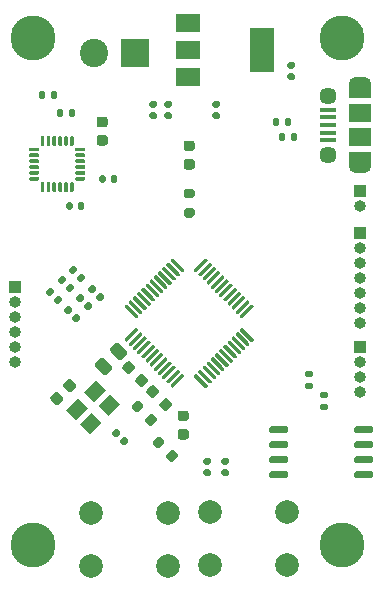
<source format=gbr>
%TF.GenerationSoftware,KiCad,Pcbnew,(5.1.8)-1*%
%TF.CreationDate,2021-05-13T19:04:10-07:00*%
%TF.ProjectId,Astromech3.0,41737472-6f6d-4656-9368-332e302e6b69,rev?*%
%TF.SameCoordinates,Original*%
%TF.FileFunction,Soldermask,Top*%
%TF.FilePolarity,Negative*%
%FSLAX46Y46*%
G04 Gerber Fmt 4.6, Leading zero omitted, Abs format (unit mm)*
G04 Created by KiCad (PCBNEW (5.1.8)-1) date 2021-05-13 19:04:10*
%MOMM*%
%LPD*%
G01*
G04 APERTURE LIST*
%ADD10R,1.900000X1.500000*%
%ADD11C,1.450000*%
%ADD12R,1.350000X0.400000*%
%ADD13O,1.900000X1.200000*%
%ADD14R,1.900000X1.200000*%
%ADD15C,3.800000*%
%ADD16O,1.000000X1.000000*%
%ADD17R,1.000000X1.000000*%
%ADD18C,2.000000*%
%ADD19R,2.400000X2.400000*%
%ADD20C,2.400000*%
%ADD21R,2.000000X3.800000*%
%ADD22R,2.000000X1.500000*%
%ADD23C,0.100000*%
G04 APERTURE END LIST*
%TO.C,R4*%
G36*
G01*
X155180000Y-62161000D02*
X155180000Y-61791000D01*
G75*
G02*
X155315000Y-61656000I135000J0D01*
G01*
X155585000Y-61656000D01*
G75*
G02*
X155720000Y-61791000I0J-135000D01*
G01*
X155720000Y-62161000D01*
G75*
G02*
X155585000Y-62296000I-135000J0D01*
G01*
X155315000Y-62296000D01*
G75*
G02*
X155180000Y-62161000I0J135000D01*
G01*
G37*
G36*
G01*
X154160000Y-62161000D02*
X154160000Y-61791000D01*
G75*
G02*
X154295000Y-61656000I135000J0D01*
G01*
X154565000Y-61656000D01*
G75*
G02*
X154700000Y-61791000I0J-135000D01*
G01*
X154700000Y-62161000D01*
G75*
G02*
X154565000Y-62296000I-135000J0D01*
G01*
X154295000Y-62296000D01*
G75*
G02*
X154160000Y-62161000I0J135000D01*
G01*
G37*
%TD*%
%TO.C,C15*%
G36*
G01*
X157026000Y-71204000D02*
X157026000Y-71544000D01*
G75*
G02*
X156886000Y-71684000I-140000J0D01*
G01*
X156606000Y-71684000D01*
G75*
G02*
X156466000Y-71544000I0J140000D01*
G01*
X156466000Y-71204000D01*
G75*
G02*
X156606000Y-71064000I140000J0D01*
G01*
X156886000Y-71064000D01*
G75*
G02*
X157026000Y-71204000I0J-140000D01*
G01*
G37*
G36*
G01*
X157986000Y-71204000D02*
X157986000Y-71544000D01*
G75*
G02*
X157846000Y-71684000I-140000J0D01*
G01*
X157566000Y-71684000D01*
G75*
G02*
X157426000Y-71544000I0J140000D01*
G01*
X157426000Y-71204000D01*
G75*
G02*
X157566000Y-71064000I140000J0D01*
G01*
X157846000Y-71064000D01*
G75*
G02*
X157986000Y-71204000I0J-140000D01*
G01*
G37*
%TD*%
%TO.C,R6*%
G36*
G01*
X167153000Y-72345000D02*
X166603000Y-72345000D01*
G75*
G02*
X166403000Y-72145000I0J200000D01*
G01*
X166403000Y-71745000D01*
G75*
G02*
X166603000Y-71545000I200000J0D01*
G01*
X167153000Y-71545000D01*
G75*
G02*
X167353000Y-71745000I0J-200000D01*
G01*
X167353000Y-72145000D01*
G75*
G02*
X167153000Y-72345000I-200000J0D01*
G01*
G37*
G36*
G01*
X167153000Y-70695000D02*
X166603000Y-70695000D01*
G75*
G02*
X166403000Y-70495000I0J200000D01*
G01*
X166403000Y-70095000D01*
G75*
G02*
X166603000Y-69895000I200000J0D01*
G01*
X167153000Y-69895000D01*
G75*
G02*
X167353000Y-70095000I0J-200000D01*
G01*
X167353000Y-70495000D01*
G75*
G02*
X167153000Y-70695000I-200000J0D01*
G01*
G37*
%TD*%
%TO.C,C13*%
G36*
G01*
X159820000Y-68918000D02*
X159820000Y-69258000D01*
G75*
G02*
X159680000Y-69398000I-140000J0D01*
G01*
X159400000Y-69398000D01*
G75*
G02*
X159260000Y-69258000I0J140000D01*
G01*
X159260000Y-68918000D01*
G75*
G02*
X159400000Y-68778000I140000J0D01*
G01*
X159680000Y-68778000D01*
G75*
G02*
X159820000Y-68918000I0J-140000D01*
G01*
G37*
G36*
G01*
X160780000Y-68918000D02*
X160780000Y-69258000D01*
G75*
G02*
X160640000Y-69398000I-140000J0D01*
G01*
X160360000Y-69398000D01*
G75*
G02*
X160220000Y-69258000I0J140000D01*
G01*
X160220000Y-68918000D01*
G75*
G02*
X160360000Y-68778000I140000J0D01*
G01*
X160640000Y-68778000D01*
G75*
G02*
X160780000Y-68918000I0J-140000D01*
G01*
G37*
%TD*%
%TO.C,C19*%
G36*
G01*
X170096000Y-93272000D02*
X169756000Y-93272000D01*
G75*
G02*
X169616000Y-93132000I0J140000D01*
G01*
X169616000Y-92852000D01*
G75*
G02*
X169756000Y-92712000I140000J0D01*
G01*
X170096000Y-92712000D01*
G75*
G02*
X170236000Y-92852000I0J-140000D01*
G01*
X170236000Y-93132000D01*
G75*
G02*
X170096000Y-93272000I-140000J0D01*
G01*
G37*
G36*
G01*
X170096000Y-94232000D02*
X169756000Y-94232000D01*
G75*
G02*
X169616000Y-94092000I0J140000D01*
G01*
X169616000Y-93812000D01*
G75*
G02*
X169756000Y-93672000I140000J0D01*
G01*
X170096000Y-93672000D01*
G75*
G02*
X170236000Y-93812000I0J-140000D01*
G01*
X170236000Y-94092000D01*
G75*
G02*
X170096000Y-94232000I-140000J0D01*
G01*
G37*
%TD*%
%TO.C,C18*%
G36*
G01*
X168572000Y-93272000D02*
X168232000Y-93272000D01*
G75*
G02*
X168092000Y-93132000I0J140000D01*
G01*
X168092000Y-92852000D01*
G75*
G02*
X168232000Y-92712000I140000J0D01*
G01*
X168572000Y-92712000D01*
G75*
G02*
X168712000Y-92852000I0J-140000D01*
G01*
X168712000Y-93132000D01*
G75*
G02*
X168572000Y-93272000I-140000J0D01*
G01*
G37*
G36*
G01*
X168572000Y-94232000D02*
X168232000Y-94232000D01*
G75*
G02*
X168092000Y-94092000I0J140000D01*
G01*
X168092000Y-93812000D01*
G75*
G02*
X168232000Y-93672000I140000J0D01*
G01*
X168572000Y-93672000D01*
G75*
G02*
X168712000Y-93812000I0J-140000D01*
G01*
X168712000Y-94092000D01*
G75*
G02*
X168572000Y-94232000I-140000J0D01*
G01*
G37*
%TD*%
%TO.C,C12*%
G36*
G01*
X175684000Y-59744000D02*
X175344000Y-59744000D01*
G75*
G02*
X175204000Y-59604000I0J140000D01*
G01*
X175204000Y-59324000D01*
G75*
G02*
X175344000Y-59184000I140000J0D01*
G01*
X175684000Y-59184000D01*
G75*
G02*
X175824000Y-59324000I0J-140000D01*
G01*
X175824000Y-59604000D01*
G75*
G02*
X175684000Y-59744000I-140000J0D01*
G01*
G37*
G36*
G01*
X175684000Y-60704000D02*
X175344000Y-60704000D01*
G75*
G02*
X175204000Y-60564000I0J140000D01*
G01*
X175204000Y-60284000D01*
G75*
G02*
X175344000Y-60144000I140000J0D01*
G01*
X175684000Y-60144000D01*
G75*
G02*
X175824000Y-60284000I0J-140000D01*
G01*
X175824000Y-60564000D01*
G75*
G02*
X175684000Y-60704000I-140000J0D01*
G01*
G37*
%TD*%
%TO.C,C11*%
G36*
G01*
X163660000Y-63446000D02*
X164000000Y-63446000D01*
G75*
G02*
X164140000Y-63586000I0J-140000D01*
G01*
X164140000Y-63866000D01*
G75*
G02*
X164000000Y-64006000I-140000J0D01*
G01*
X163660000Y-64006000D01*
G75*
G02*
X163520000Y-63866000I0J140000D01*
G01*
X163520000Y-63586000D01*
G75*
G02*
X163660000Y-63446000I140000J0D01*
G01*
G37*
G36*
G01*
X163660000Y-62486000D02*
X164000000Y-62486000D01*
G75*
G02*
X164140000Y-62626000I0J-140000D01*
G01*
X164140000Y-62906000D01*
G75*
G02*
X164000000Y-63046000I-140000J0D01*
G01*
X163660000Y-63046000D01*
G75*
G02*
X163520000Y-62906000I0J140000D01*
G01*
X163520000Y-62626000D01*
G75*
G02*
X163660000Y-62486000I140000J0D01*
G01*
G37*
%TD*%
%TO.C,C8*%
G36*
G01*
X168994000Y-63446000D02*
X169334000Y-63446000D01*
G75*
G02*
X169474000Y-63586000I0J-140000D01*
G01*
X169474000Y-63866000D01*
G75*
G02*
X169334000Y-64006000I-140000J0D01*
G01*
X168994000Y-64006000D01*
G75*
G02*
X168854000Y-63866000I0J140000D01*
G01*
X168854000Y-63586000D01*
G75*
G02*
X168994000Y-63446000I140000J0D01*
G01*
G37*
G36*
G01*
X168994000Y-62486000D02*
X169334000Y-62486000D01*
G75*
G02*
X169474000Y-62626000I0J-140000D01*
G01*
X169474000Y-62906000D01*
G75*
G02*
X169334000Y-63046000I-140000J0D01*
G01*
X168994000Y-63046000D01*
G75*
G02*
X168854000Y-62906000I0J140000D01*
G01*
X168854000Y-62626000D01*
G75*
G02*
X168994000Y-62486000I140000J0D01*
G01*
G37*
%TD*%
%TO.C,C17*%
G36*
G01*
X164930000Y-63446000D02*
X165270000Y-63446000D01*
G75*
G02*
X165410000Y-63586000I0J-140000D01*
G01*
X165410000Y-63866000D01*
G75*
G02*
X165270000Y-64006000I-140000J0D01*
G01*
X164930000Y-64006000D01*
G75*
G02*
X164790000Y-63866000I0J140000D01*
G01*
X164790000Y-63586000D01*
G75*
G02*
X164930000Y-63446000I140000J0D01*
G01*
G37*
G36*
G01*
X164930000Y-62486000D02*
X165270000Y-62486000D01*
G75*
G02*
X165410000Y-62626000I0J-140000D01*
G01*
X165410000Y-62906000D01*
G75*
G02*
X165270000Y-63046000I-140000J0D01*
G01*
X164930000Y-63046000D01*
G75*
G02*
X164790000Y-62906000I0J140000D01*
G01*
X164790000Y-62626000D01*
G75*
G02*
X164930000Y-62486000I140000J0D01*
G01*
G37*
%TD*%
%TO.C,U1*%
G36*
G01*
X161521666Y-82853312D02*
X161415600Y-82747246D01*
G75*
G02*
X161415600Y-82641180I53033J53033D01*
G01*
X162352516Y-81704264D01*
G75*
G02*
X162458582Y-81704264I53033J-53033D01*
G01*
X162564648Y-81810330D01*
G75*
G02*
X162564648Y-81916396I-53033J-53033D01*
G01*
X161627732Y-82853312D01*
G75*
G02*
X161521666Y-82853312I-53033J53033D01*
G01*
G37*
G36*
G01*
X161875220Y-83206866D02*
X161769154Y-83100800D01*
G75*
G02*
X161769154Y-82994734I53033J53033D01*
G01*
X162706070Y-82057818D01*
G75*
G02*
X162812136Y-82057818I53033J-53033D01*
G01*
X162918202Y-82163884D01*
G75*
G02*
X162918202Y-82269950I-53033J-53033D01*
G01*
X161981286Y-83206866D01*
G75*
G02*
X161875220Y-83206866I-53033J53033D01*
G01*
G37*
G36*
G01*
X162228773Y-83560419D02*
X162122707Y-83454353D01*
G75*
G02*
X162122707Y-83348287I53033J53033D01*
G01*
X163059623Y-82411371D01*
G75*
G02*
X163165689Y-82411371I53033J-53033D01*
G01*
X163271755Y-82517437D01*
G75*
G02*
X163271755Y-82623503I-53033J-53033D01*
G01*
X162334839Y-83560419D01*
G75*
G02*
X162228773Y-83560419I-53033J53033D01*
G01*
G37*
G36*
G01*
X162582327Y-83913973D02*
X162476261Y-83807907D01*
G75*
G02*
X162476261Y-83701841I53033J53033D01*
G01*
X163413177Y-82764925D01*
G75*
G02*
X163519243Y-82764925I53033J-53033D01*
G01*
X163625309Y-82870991D01*
G75*
G02*
X163625309Y-82977057I-53033J-53033D01*
G01*
X162688393Y-83913973D01*
G75*
G02*
X162582327Y-83913973I-53033J53033D01*
G01*
G37*
G36*
G01*
X162935880Y-84267526D02*
X162829814Y-84161460D01*
G75*
G02*
X162829814Y-84055394I53033J53033D01*
G01*
X163766730Y-83118478D01*
G75*
G02*
X163872796Y-83118478I53033J-53033D01*
G01*
X163978862Y-83224544D01*
G75*
G02*
X163978862Y-83330610I-53033J-53033D01*
G01*
X163041946Y-84267526D01*
G75*
G02*
X162935880Y-84267526I-53033J53033D01*
G01*
G37*
G36*
G01*
X163289433Y-84621079D02*
X163183367Y-84515013D01*
G75*
G02*
X163183367Y-84408947I53033J53033D01*
G01*
X164120283Y-83472031D01*
G75*
G02*
X164226349Y-83472031I53033J-53033D01*
G01*
X164332415Y-83578097D01*
G75*
G02*
X164332415Y-83684163I-53033J-53033D01*
G01*
X163395499Y-84621079D01*
G75*
G02*
X163289433Y-84621079I-53033J53033D01*
G01*
G37*
G36*
G01*
X163642987Y-84974633D02*
X163536921Y-84868567D01*
G75*
G02*
X163536921Y-84762501I53033J53033D01*
G01*
X164473837Y-83825585D01*
G75*
G02*
X164579903Y-83825585I53033J-53033D01*
G01*
X164685969Y-83931651D01*
G75*
G02*
X164685969Y-84037717I-53033J-53033D01*
G01*
X163749053Y-84974633D01*
G75*
G02*
X163642987Y-84974633I-53033J53033D01*
G01*
G37*
G36*
G01*
X163996540Y-85328186D02*
X163890474Y-85222120D01*
G75*
G02*
X163890474Y-85116054I53033J53033D01*
G01*
X164827390Y-84179138D01*
G75*
G02*
X164933456Y-84179138I53033J-53033D01*
G01*
X165039522Y-84285204D01*
G75*
G02*
X165039522Y-84391270I-53033J-53033D01*
G01*
X164102606Y-85328186D01*
G75*
G02*
X163996540Y-85328186I-53033J53033D01*
G01*
G37*
G36*
G01*
X164350093Y-85681739D02*
X164244027Y-85575673D01*
G75*
G02*
X164244027Y-85469607I53033J53033D01*
G01*
X165180943Y-84532691D01*
G75*
G02*
X165287009Y-84532691I53033J-53033D01*
G01*
X165393075Y-84638757D01*
G75*
G02*
X165393075Y-84744823I-53033J-53033D01*
G01*
X164456159Y-85681739D01*
G75*
G02*
X164350093Y-85681739I-53033J53033D01*
G01*
G37*
G36*
G01*
X164703647Y-86035293D02*
X164597581Y-85929227D01*
G75*
G02*
X164597581Y-85823161I53033J53033D01*
G01*
X165534497Y-84886245D01*
G75*
G02*
X165640563Y-84886245I53033J-53033D01*
G01*
X165746629Y-84992311D01*
G75*
G02*
X165746629Y-85098377I-53033J-53033D01*
G01*
X164809713Y-86035293D01*
G75*
G02*
X164703647Y-86035293I-53033J53033D01*
G01*
G37*
G36*
G01*
X165057200Y-86388846D02*
X164951134Y-86282780D01*
G75*
G02*
X164951134Y-86176714I53033J53033D01*
G01*
X165888050Y-85239798D01*
G75*
G02*
X165994116Y-85239798I53033J-53033D01*
G01*
X166100182Y-85345864D01*
G75*
G02*
X166100182Y-85451930I-53033J-53033D01*
G01*
X165163266Y-86388846D01*
G75*
G02*
X165057200Y-86388846I-53033J53033D01*
G01*
G37*
G36*
G01*
X165410754Y-86742400D02*
X165304688Y-86636334D01*
G75*
G02*
X165304688Y-86530268I53033J53033D01*
G01*
X166241604Y-85593352D01*
G75*
G02*
X166347670Y-85593352I53033J-53033D01*
G01*
X166453736Y-85699418D01*
G75*
G02*
X166453736Y-85805484I-53033J-53033D01*
G01*
X165516820Y-86742400D01*
G75*
G02*
X165410754Y-86742400I-53033J53033D01*
G01*
G37*
G36*
G01*
X168239180Y-86742400D02*
X167302264Y-85805484D01*
G75*
G02*
X167302264Y-85699418I53033J53033D01*
G01*
X167408330Y-85593352D01*
G75*
G02*
X167514396Y-85593352I53033J-53033D01*
G01*
X168451312Y-86530268D01*
G75*
G02*
X168451312Y-86636334I-53033J-53033D01*
G01*
X168345246Y-86742400D01*
G75*
G02*
X168239180Y-86742400I-53033J53033D01*
G01*
G37*
G36*
G01*
X168592734Y-86388846D02*
X167655818Y-85451930D01*
G75*
G02*
X167655818Y-85345864I53033J53033D01*
G01*
X167761884Y-85239798D01*
G75*
G02*
X167867950Y-85239798I53033J-53033D01*
G01*
X168804866Y-86176714D01*
G75*
G02*
X168804866Y-86282780I-53033J-53033D01*
G01*
X168698800Y-86388846D01*
G75*
G02*
X168592734Y-86388846I-53033J53033D01*
G01*
G37*
G36*
G01*
X168946287Y-86035293D02*
X168009371Y-85098377D01*
G75*
G02*
X168009371Y-84992311I53033J53033D01*
G01*
X168115437Y-84886245D01*
G75*
G02*
X168221503Y-84886245I53033J-53033D01*
G01*
X169158419Y-85823161D01*
G75*
G02*
X169158419Y-85929227I-53033J-53033D01*
G01*
X169052353Y-86035293D01*
G75*
G02*
X168946287Y-86035293I-53033J53033D01*
G01*
G37*
G36*
G01*
X169299841Y-85681739D02*
X168362925Y-84744823D01*
G75*
G02*
X168362925Y-84638757I53033J53033D01*
G01*
X168468991Y-84532691D01*
G75*
G02*
X168575057Y-84532691I53033J-53033D01*
G01*
X169511973Y-85469607D01*
G75*
G02*
X169511973Y-85575673I-53033J-53033D01*
G01*
X169405907Y-85681739D01*
G75*
G02*
X169299841Y-85681739I-53033J53033D01*
G01*
G37*
G36*
G01*
X169653394Y-85328186D02*
X168716478Y-84391270D01*
G75*
G02*
X168716478Y-84285204I53033J53033D01*
G01*
X168822544Y-84179138D01*
G75*
G02*
X168928610Y-84179138I53033J-53033D01*
G01*
X169865526Y-85116054D01*
G75*
G02*
X169865526Y-85222120I-53033J-53033D01*
G01*
X169759460Y-85328186D01*
G75*
G02*
X169653394Y-85328186I-53033J53033D01*
G01*
G37*
G36*
G01*
X170006947Y-84974633D02*
X169070031Y-84037717D01*
G75*
G02*
X169070031Y-83931651I53033J53033D01*
G01*
X169176097Y-83825585D01*
G75*
G02*
X169282163Y-83825585I53033J-53033D01*
G01*
X170219079Y-84762501D01*
G75*
G02*
X170219079Y-84868567I-53033J-53033D01*
G01*
X170113013Y-84974633D01*
G75*
G02*
X170006947Y-84974633I-53033J53033D01*
G01*
G37*
G36*
G01*
X170360501Y-84621079D02*
X169423585Y-83684163D01*
G75*
G02*
X169423585Y-83578097I53033J53033D01*
G01*
X169529651Y-83472031D01*
G75*
G02*
X169635717Y-83472031I53033J-53033D01*
G01*
X170572633Y-84408947D01*
G75*
G02*
X170572633Y-84515013I-53033J-53033D01*
G01*
X170466567Y-84621079D01*
G75*
G02*
X170360501Y-84621079I-53033J53033D01*
G01*
G37*
G36*
G01*
X170714054Y-84267526D02*
X169777138Y-83330610D01*
G75*
G02*
X169777138Y-83224544I53033J53033D01*
G01*
X169883204Y-83118478D01*
G75*
G02*
X169989270Y-83118478I53033J-53033D01*
G01*
X170926186Y-84055394D01*
G75*
G02*
X170926186Y-84161460I-53033J-53033D01*
G01*
X170820120Y-84267526D01*
G75*
G02*
X170714054Y-84267526I-53033J53033D01*
G01*
G37*
G36*
G01*
X171067607Y-83913973D02*
X170130691Y-82977057D01*
G75*
G02*
X170130691Y-82870991I53033J53033D01*
G01*
X170236757Y-82764925D01*
G75*
G02*
X170342823Y-82764925I53033J-53033D01*
G01*
X171279739Y-83701841D01*
G75*
G02*
X171279739Y-83807907I-53033J-53033D01*
G01*
X171173673Y-83913973D01*
G75*
G02*
X171067607Y-83913973I-53033J53033D01*
G01*
G37*
G36*
G01*
X171421161Y-83560419D02*
X170484245Y-82623503D01*
G75*
G02*
X170484245Y-82517437I53033J53033D01*
G01*
X170590311Y-82411371D01*
G75*
G02*
X170696377Y-82411371I53033J-53033D01*
G01*
X171633293Y-83348287D01*
G75*
G02*
X171633293Y-83454353I-53033J-53033D01*
G01*
X171527227Y-83560419D01*
G75*
G02*
X171421161Y-83560419I-53033J53033D01*
G01*
G37*
G36*
G01*
X171774714Y-83206866D02*
X170837798Y-82269950D01*
G75*
G02*
X170837798Y-82163884I53033J53033D01*
G01*
X170943864Y-82057818D01*
G75*
G02*
X171049930Y-82057818I53033J-53033D01*
G01*
X171986846Y-82994734D01*
G75*
G02*
X171986846Y-83100800I-53033J-53033D01*
G01*
X171880780Y-83206866D01*
G75*
G02*
X171774714Y-83206866I-53033J53033D01*
G01*
G37*
G36*
G01*
X172128268Y-82853312D02*
X171191352Y-81916396D01*
G75*
G02*
X171191352Y-81810330I53033J53033D01*
G01*
X171297418Y-81704264D01*
G75*
G02*
X171403484Y-81704264I53033J-53033D01*
G01*
X172340400Y-82641180D01*
G75*
G02*
X172340400Y-82747246I-53033J-53033D01*
G01*
X172234334Y-82853312D01*
G75*
G02*
X172128268Y-82853312I-53033J53033D01*
G01*
G37*
G36*
G01*
X171297418Y-80855736D02*
X171191352Y-80749670D01*
G75*
G02*
X171191352Y-80643604I53033J53033D01*
G01*
X172128268Y-79706688D01*
G75*
G02*
X172234334Y-79706688I53033J-53033D01*
G01*
X172340400Y-79812754D01*
G75*
G02*
X172340400Y-79918820I-53033J-53033D01*
G01*
X171403484Y-80855736D01*
G75*
G02*
X171297418Y-80855736I-53033J53033D01*
G01*
G37*
G36*
G01*
X170943864Y-80502182D02*
X170837798Y-80396116D01*
G75*
G02*
X170837798Y-80290050I53033J53033D01*
G01*
X171774714Y-79353134D01*
G75*
G02*
X171880780Y-79353134I53033J-53033D01*
G01*
X171986846Y-79459200D01*
G75*
G02*
X171986846Y-79565266I-53033J-53033D01*
G01*
X171049930Y-80502182D01*
G75*
G02*
X170943864Y-80502182I-53033J53033D01*
G01*
G37*
G36*
G01*
X170590311Y-80148629D02*
X170484245Y-80042563D01*
G75*
G02*
X170484245Y-79936497I53033J53033D01*
G01*
X171421161Y-78999581D01*
G75*
G02*
X171527227Y-78999581I53033J-53033D01*
G01*
X171633293Y-79105647D01*
G75*
G02*
X171633293Y-79211713I-53033J-53033D01*
G01*
X170696377Y-80148629D01*
G75*
G02*
X170590311Y-80148629I-53033J53033D01*
G01*
G37*
G36*
G01*
X170236757Y-79795075D02*
X170130691Y-79689009D01*
G75*
G02*
X170130691Y-79582943I53033J53033D01*
G01*
X171067607Y-78646027D01*
G75*
G02*
X171173673Y-78646027I53033J-53033D01*
G01*
X171279739Y-78752093D01*
G75*
G02*
X171279739Y-78858159I-53033J-53033D01*
G01*
X170342823Y-79795075D01*
G75*
G02*
X170236757Y-79795075I-53033J53033D01*
G01*
G37*
G36*
G01*
X169883204Y-79441522D02*
X169777138Y-79335456D01*
G75*
G02*
X169777138Y-79229390I53033J53033D01*
G01*
X170714054Y-78292474D01*
G75*
G02*
X170820120Y-78292474I53033J-53033D01*
G01*
X170926186Y-78398540D01*
G75*
G02*
X170926186Y-78504606I-53033J-53033D01*
G01*
X169989270Y-79441522D01*
G75*
G02*
X169883204Y-79441522I-53033J53033D01*
G01*
G37*
G36*
G01*
X169529651Y-79087969D02*
X169423585Y-78981903D01*
G75*
G02*
X169423585Y-78875837I53033J53033D01*
G01*
X170360501Y-77938921D01*
G75*
G02*
X170466567Y-77938921I53033J-53033D01*
G01*
X170572633Y-78044987D01*
G75*
G02*
X170572633Y-78151053I-53033J-53033D01*
G01*
X169635717Y-79087969D01*
G75*
G02*
X169529651Y-79087969I-53033J53033D01*
G01*
G37*
G36*
G01*
X169176097Y-78734415D02*
X169070031Y-78628349D01*
G75*
G02*
X169070031Y-78522283I53033J53033D01*
G01*
X170006947Y-77585367D01*
G75*
G02*
X170113013Y-77585367I53033J-53033D01*
G01*
X170219079Y-77691433D01*
G75*
G02*
X170219079Y-77797499I-53033J-53033D01*
G01*
X169282163Y-78734415D01*
G75*
G02*
X169176097Y-78734415I-53033J53033D01*
G01*
G37*
G36*
G01*
X168822544Y-78380862D02*
X168716478Y-78274796D01*
G75*
G02*
X168716478Y-78168730I53033J53033D01*
G01*
X169653394Y-77231814D01*
G75*
G02*
X169759460Y-77231814I53033J-53033D01*
G01*
X169865526Y-77337880D01*
G75*
G02*
X169865526Y-77443946I-53033J-53033D01*
G01*
X168928610Y-78380862D01*
G75*
G02*
X168822544Y-78380862I-53033J53033D01*
G01*
G37*
G36*
G01*
X168468991Y-78027309D02*
X168362925Y-77921243D01*
G75*
G02*
X168362925Y-77815177I53033J53033D01*
G01*
X169299841Y-76878261D01*
G75*
G02*
X169405907Y-76878261I53033J-53033D01*
G01*
X169511973Y-76984327D01*
G75*
G02*
X169511973Y-77090393I-53033J-53033D01*
G01*
X168575057Y-78027309D01*
G75*
G02*
X168468991Y-78027309I-53033J53033D01*
G01*
G37*
G36*
G01*
X168115437Y-77673755D02*
X168009371Y-77567689D01*
G75*
G02*
X168009371Y-77461623I53033J53033D01*
G01*
X168946287Y-76524707D01*
G75*
G02*
X169052353Y-76524707I53033J-53033D01*
G01*
X169158419Y-76630773D01*
G75*
G02*
X169158419Y-76736839I-53033J-53033D01*
G01*
X168221503Y-77673755D01*
G75*
G02*
X168115437Y-77673755I-53033J53033D01*
G01*
G37*
G36*
G01*
X167761884Y-77320202D02*
X167655818Y-77214136D01*
G75*
G02*
X167655818Y-77108070I53033J53033D01*
G01*
X168592734Y-76171154D01*
G75*
G02*
X168698800Y-76171154I53033J-53033D01*
G01*
X168804866Y-76277220D01*
G75*
G02*
X168804866Y-76383286I-53033J-53033D01*
G01*
X167867950Y-77320202D01*
G75*
G02*
X167761884Y-77320202I-53033J53033D01*
G01*
G37*
G36*
G01*
X167408330Y-76966648D02*
X167302264Y-76860582D01*
G75*
G02*
X167302264Y-76754516I53033J53033D01*
G01*
X168239180Y-75817600D01*
G75*
G02*
X168345246Y-75817600I53033J-53033D01*
G01*
X168451312Y-75923666D01*
G75*
G02*
X168451312Y-76029732I-53033J-53033D01*
G01*
X167514396Y-76966648D01*
G75*
G02*
X167408330Y-76966648I-53033J53033D01*
G01*
G37*
G36*
G01*
X166241604Y-76966648D02*
X165304688Y-76029732D01*
G75*
G02*
X165304688Y-75923666I53033J53033D01*
G01*
X165410754Y-75817600D01*
G75*
G02*
X165516820Y-75817600I53033J-53033D01*
G01*
X166453736Y-76754516D01*
G75*
G02*
X166453736Y-76860582I-53033J-53033D01*
G01*
X166347670Y-76966648D01*
G75*
G02*
X166241604Y-76966648I-53033J53033D01*
G01*
G37*
G36*
G01*
X165888050Y-77320202D02*
X164951134Y-76383286D01*
G75*
G02*
X164951134Y-76277220I53033J53033D01*
G01*
X165057200Y-76171154D01*
G75*
G02*
X165163266Y-76171154I53033J-53033D01*
G01*
X166100182Y-77108070D01*
G75*
G02*
X166100182Y-77214136I-53033J-53033D01*
G01*
X165994116Y-77320202D01*
G75*
G02*
X165888050Y-77320202I-53033J53033D01*
G01*
G37*
G36*
G01*
X165534497Y-77673755D02*
X164597581Y-76736839D01*
G75*
G02*
X164597581Y-76630773I53033J53033D01*
G01*
X164703647Y-76524707D01*
G75*
G02*
X164809713Y-76524707I53033J-53033D01*
G01*
X165746629Y-77461623D01*
G75*
G02*
X165746629Y-77567689I-53033J-53033D01*
G01*
X165640563Y-77673755D01*
G75*
G02*
X165534497Y-77673755I-53033J53033D01*
G01*
G37*
G36*
G01*
X165180943Y-78027309D02*
X164244027Y-77090393D01*
G75*
G02*
X164244027Y-76984327I53033J53033D01*
G01*
X164350093Y-76878261D01*
G75*
G02*
X164456159Y-76878261I53033J-53033D01*
G01*
X165393075Y-77815177D01*
G75*
G02*
X165393075Y-77921243I-53033J-53033D01*
G01*
X165287009Y-78027309D01*
G75*
G02*
X165180943Y-78027309I-53033J53033D01*
G01*
G37*
G36*
G01*
X164827390Y-78380862D02*
X163890474Y-77443946D01*
G75*
G02*
X163890474Y-77337880I53033J53033D01*
G01*
X163996540Y-77231814D01*
G75*
G02*
X164102606Y-77231814I53033J-53033D01*
G01*
X165039522Y-78168730D01*
G75*
G02*
X165039522Y-78274796I-53033J-53033D01*
G01*
X164933456Y-78380862D01*
G75*
G02*
X164827390Y-78380862I-53033J53033D01*
G01*
G37*
G36*
G01*
X164473837Y-78734415D02*
X163536921Y-77797499D01*
G75*
G02*
X163536921Y-77691433I53033J53033D01*
G01*
X163642987Y-77585367D01*
G75*
G02*
X163749053Y-77585367I53033J-53033D01*
G01*
X164685969Y-78522283D01*
G75*
G02*
X164685969Y-78628349I-53033J-53033D01*
G01*
X164579903Y-78734415D01*
G75*
G02*
X164473837Y-78734415I-53033J53033D01*
G01*
G37*
G36*
G01*
X164120283Y-79087969D02*
X163183367Y-78151053D01*
G75*
G02*
X163183367Y-78044987I53033J53033D01*
G01*
X163289433Y-77938921D01*
G75*
G02*
X163395499Y-77938921I53033J-53033D01*
G01*
X164332415Y-78875837D01*
G75*
G02*
X164332415Y-78981903I-53033J-53033D01*
G01*
X164226349Y-79087969D01*
G75*
G02*
X164120283Y-79087969I-53033J53033D01*
G01*
G37*
G36*
G01*
X163766730Y-79441522D02*
X162829814Y-78504606D01*
G75*
G02*
X162829814Y-78398540I53033J53033D01*
G01*
X162935880Y-78292474D01*
G75*
G02*
X163041946Y-78292474I53033J-53033D01*
G01*
X163978862Y-79229390D01*
G75*
G02*
X163978862Y-79335456I-53033J-53033D01*
G01*
X163872796Y-79441522D01*
G75*
G02*
X163766730Y-79441522I-53033J53033D01*
G01*
G37*
G36*
G01*
X163413177Y-79795075D02*
X162476261Y-78858159D01*
G75*
G02*
X162476261Y-78752093I53033J53033D01*
G01*
X162582327Y-78646027D01*
G75*
G02*
X162688393Y-78646027I53033J-53033D01*
G01*
X163625309Y-79582943D01*
G75*
G02*
X163625309Y-79689009I-53033J-53033D01*
G01*
X163519243Y-79795075D01*
G75*
G02*
X163413177Y-79795075I-53033J53033D01*
G01*
G37*
G36*
G01*
X163059623Y-80148629D02*
X162122707Y-79211713D01*
G75*
G02*
X162122707Y-79105647I53033J53033D01*
G01*
X162228773Y-78999581D01*
G75*
G02*
X162334839Y-78999581I53033J-53033D01*
G01*
X163271755Y-79936497D01*
G75*
G02*
X163271755Y-80042563I-53033J-53033D01*
G01*
X163165689Y-80148629D01*
G75*
G02*
X163059623Y-80148629I-53033J53033D01*
G01*
G37*
G36*
G01*
X162706070Y-80502182D02*
X161769154Y-79565266D01*
G75*
G02*
X161769154Y-79459200I53033J53033D01*
G01*
X161875220Y-79353134D01*
G75*
G02*
X161981286Y-79353134I53033J-53033D01*
G01*
X162918202Y-80290050D01*
G75*
G02*
X162918202Y-80396116I-53033J-53033D01*
G01*
X162812136Y-80502182D01*
G75*
G02*
X162706070Y-80502182I-53033J53033D01*
G01*
G37*
G36*
G01*
X162352516Y-80855736D02*
X161415600Y-79918820D01*
G75*
G02*
X161415600Y-79812754I53033J53033D01*
G01*
X161521666Y-79706688D01*
G75*
G02*
X161627732Y-79706688I53033J-53033D01*
G01*
X162564648Y-80643604D01*
G75*
G02*
X162564648Y-80749670I-53033J-53033D01*
G01*
X162458582Y-80855736D01*
G75*
G02*
X162352516Y-80855736I-53033J53033D01*
G01*
G37*
%TD*%
D10*
%TO.C,J3*%
X181323500Y-63516000D03*
D11*
X178623500Y-67016000D03*
D12*
X178623500Y-65166000D03*
X178623500Y-65816000D03*
X178623500Y-63216000D03*
X178623500Y-63866000D03*
X178623500Y-64516000D03*
D11*
X178623500Y-62016000D03*
D10*
X181323500Y-65516000D03*
D13*
X181323500Y-68016000D03*
X181323500Y-61016000D03*
D14*
X181323500Y-61616000D03*
X181323500Y-67416000D03*
%TD*%
D15*
%TO.C,H4*%
X153670000Y-100076000D03*
%TD*%
D16*
%TO.C,J5*%
X181356000Y-81280000D03*
X181356000Y-80010000D03*
X181356000Y-78740000D03*
X181356000Y-77470000D03*
X181356000Y-76200000D03*
X181356000Y-74930000D03*
D17*
X181356000Y-73660000D03*
%TD*%
%TO.C,U4*%
G36*
G01*
X173654000Y-90447000D02*
X173654000Y-90147000D01*
G75*
G02*
X173804000Y-89997000I150000J0D01*
G01*
X175104000Y-89997000D01*
G75*
G02*
X175254000Y-90147000I0J-150000D01*
G01*
X175254000Y-90447000D01*
G75*
G02*
X175104000Y-90597000I-150000J0D01*
G01*
X173804000Y-90597000D01*
G75*
G02*
X173654000Y-90447000I0J150000D01*
G01*
G37*
G36*
G01*
X173654000Y-91717000D02*
X173654000Y-91417000D01*
G75*
G02*
X173804000Y-91267000I150000J0D01*
G01*
X175104000Y-91267000D01*
G75*
G02*
X175254000Y-91417000I0J-150000D01*
G01*
X175254000Y-91717000D01*
G75*
G02*
X175104000Y-91867000I-150000J0D01*
G01*
X173804000Y-91867000D01*
G75*
G02*
X173654000Y-91717000I0J150000D01*
G01*
G37*
G36*
G01*
X173654000Y-92987000D02*
X173654000Y-92687000D01*
G75*
G02*
X173804000Y-92537000I150000J0D01*
G01*
X175104000Y-92537000D01*
G75*
G02*
X175254000Y-92687000I0J-150000D01*
G01*
X175254000Y-92987000D01*
G75*
G02*
X175104000Y-93137000I-150000J0D01*
G01*
X173804000Y-93137000D01*
G75*
G02*
X173654000Y-92987000I0J150000D01*
G01*
G37*
G36*
G01*
X173654000Y-94257000D02*
X173654000Y-93957000D01*
G75*
G02*
X173804000Y-93807000I150000J0D01*
G01*
X175104000Y-93807000D01*
G75*
G02*
X175254000Y-93957000I0J-150000D01*
G01*
X175254000Y-94257000D01*
G75*
G02*
X175104000Y-94407000I-150000J0D01*
G01*
X173804000Y-94407000D01*
G75*
G02*
X173654000Y-94257000I0J150000D01*
G01*
G37*
G36*
G01*
X180854000Y-94257000D02*
X180854000Y-93957000D01*
G75*
G02*
X181004000Y-93807000I150000J0D01*
G01*
X182304000Y-93807000D01*
G75*
G02*
X182454000Y-93957000I0J-150000D01*
G01*
X182454000Y-94257000D01*
G75*
G02*
X182304000Y-94407000I-150000J0D01*
G01*
X181004000Y-94407000D01*
G75*
G02*
X180854000Y-94257000I0J150000D01*
G01*
G37*
G36*
G01*
X180854000Y-92987000D02*
X180854000Y-92687000D01*
G75*
G02*
X181004000Y-92537000I150000J0D01*
G01*
X182304000Y-92537000D01*
G75*
G02*
X182454000Y-92687000I0J-150000D01*
G01*
X182454000Y-92987000D01*
G75*
G02*
X182304000Y-93137000I-150000J0D01*
G01*
X181004000Y-93137000D01*
G75*
G02*
X180854000Y-92987000I0J150000D01*
G01*
G37*
G36*
G01*
X180854000Y-91717000D02*
X180854000Y-91417000D01*
G75*
G02*
X181004000Y-91267000I150000J0D01*
G01*
X182304000Y-91267000D01*
G75*
G02*
X182454000Y-91417000I0J-150000D01*
G01*
X182454000Y-91717000D01*
G75*
G02*
X182304000Y-91867000I-150000J0D01*
G01*
X181004000Y-91867000D01*
G75*
G02*
X180854000Y-91717000I0J150000D01*
G01*
G37*
G36*
G01*
X180854000Y-90447000D02*
X180854000Y-90147000D01*
G75*
G02*
X181004000Y-89997000I150000J0D01*
G01*
X182304000Y-89997000D01*
G75*
G02*
X182454000Y-90147000I0J-150000D01*
G01*
X182454000Y-90447000D01*
G75*
G02*
X182304000Y-90597000I-150000J0D01*
G01*
X181004000Y-90597000D01*
G75*
G02*
X180854000Y-90447000I0J150000D01*
G01*
G37*
%TD*%
D16*
%TO.C,J6*%
X152146000Y-84582000D03*
X152146000Y-83312000D03*
X152146000Y-82042000D03*
X152146000Y-80772000D03*
X152146000Y-79502000D03*
D17*
X152146000Y-78232000D03*
%TD*%
D16*
%TO.C,J2*%
X181356000Y-71374000D03*
D17*
X181356000Y-70104000D03*
%TD*%
D15*
%TO.C,H3*%
X179832000Y-57150000D03*
%TD*%
%TO.C,H2*%
X153670000Y-57150000D03*
%TD*%
%TO.C,H1*%
X179832000Y-100076000D03*
%TD*%
D16*
%TO.C,J4*%
X181356000Y-87122000D03*
X181356000Y-85852000D03*
X181356000Y-84582000D03*
D17*
X181356000Y-83312000D03*
%TD*%
D18*
%TO.C,SW1*%
X158600000Y-101854000D03*
X158600000Y-97354000D03*
X165100000Y-101854000D03*
X165100000Y-97354000D03*
%TD*%
%TO.C,R9*%
G36*
G01*
X175500000Y-65717000D02*
X175500000Y-65347000D01*
G75*
G02*
X175635000Y-65212000I135000J0D01*
G01*
X175905000Y-65212000D01*
G75*
G02*
X176040000Y-65347000I0J-135000D01*
G01*
X176040000Y-65717000D01*
G75*
G02*
X175905000Y-65852000I-135000J0D01*
G01*
X175635000Y-65852000D01*
G75*
G02*
X175500000Y-65717000I0J135000D01*
G01*
G37*
G36*
G01*
X174480000Y-65717000D02*
X174480000Y-65347000D01*
G75*
G02*
X174615000Y-65212000I135000J0D01*
G01*
X174885000Y-65212000D01*
G75*
G02*
X175020000Y-65347000I0J-135000D01*
G01*
X175020000Y-65717000D01*
G75*
G02*
X174885000Y-65852000I-135000J0D01*
G01*
X174615000Y-65852000D01*
G75*
G02*
X174480000Y-65717000I0J135000D01*
G01*
G37*
%TD*%
%TO.C,R8*%
G36*
G01*
X174992000Y-64447000D02*
X174992000Y-64077000D01*
G75*
G02*
X175127000Y-63942000I135000J0D01*
G01*
X175397000Y-63942000D01*
G75*
G02*
X175532000Y-64077000I0J-135000D01*
G01*
X175532000Y-64447000D01*
G75*
G02*
X175397000Y-64582000I-135000J0D01*
G01*
X175127000Y-64582000D01*
G75*
G02*
X174992000Y-64447000I0J135000D01*
G01*
G37*
G36*
G01*
X173972000Y-64447000D02*
X173972000Y-64077000D01*
G75*
G02*
X174107000Y-63942000I135000J0D01*
G01*
X174377000Y-63942000D01*
G75*
G02*
X174512000Y-64077000I0J-135000D01*
G01*
X174512000Y-64447000D01*
G75*
G02*
X174377000Y-64582000I-135000J0D01*
G01*
X174107000Y-64582000D01*
G75*
G02*
X173972000Y-64447000I0J135000D01*
G01*
G37*
%TD*%
%TO.C,R3*%
G36*
G01*
X156704000Y-63685000D02*
X156704000Y-63315000D01*
G75*
G02*
X156839000Y-63180000I135000J0D01*
G01*
X157109000Y-63180000D01*
G75*
G02*
X157244000Y-63315000I0J-135000D01*
G01*
X157244000Y-63685000D01*
G75*
G02*
X157109000Y-63820000I-135000J0D01*
G01*
X156839000Y-63820000D01*
G75*
G02*
X156704000Y-63685000I0J135000D01*
G01*
G37*
G36*
G01*
X155684000Y-63685000D02*
X155684000Y-63315000D01*
G75*
G02*
X155819000Y-63180000I135000J0D01*
G01*
X156089000Y-63180000D01*
G75*
G02*
X156224000Y-63315000I0J-135000D01*
G01*
X156224000Y-63685000D01*
G75*
G02*
X156089000Y-63820000I-135000J0D01*
G01*
X155819000Y-63820000D01*
G75*
G02*
X155684000Y-63685000I0J135000D01*
G01*
G37*
%TD*%
%TO.C,R2*%
G36*
G01*
X178123000Y-88124000D02*
X178493000Y-88124000D01*
G75*
G02*
X178628000Y-88259000I0J-135000D01*
G01*
X178628000Y-88529000D01*
G75*
G02*
X178493000Y-88664000I-135000J0D01*
G01*
X178123000Y-88664000D01*
G75*
G02*
X177988000Y-88529000I0J135000D01*
G01*
X177988000Y-88259000D01*
G75*
G02*
X178123000Y-88124000I135000J0D01*
G01*
G37*
G36*
G01*
X178123000Y-87104000D02*
X178493000Y-87104000D01*
G75*
G02*
X178628000Y-87239000I0J-135000D01*
G01*
X178628000Y-87509000D01*
G75*
G02*
X178493000Y-87644000I-135000J0D01*
G01*
X178123000Y-87644000D01*
G75*
G02*
X177988000Y-87509000I0J135000D01*
G01*
X177988000Y-87239000D01*
G75*
G02*
X178123000Y-87104000I135000J0D01*
G01*
G37*
%TD*%
%TO.C,R1*%
G36*
G01*
X176853000Y-86348000D02*
X177223000Y-86348000D01*
G75*
G02*
X177358000Y-86483000I0J-135000D01*
G01*
X177358000Y-86753000D01*
G75*
G02*
X177223000Y-86888000I-135000J0D01*
G01*
X176853000Y-86888000D01*
G75*
G02*
X176718000Y-86753000I0J135000D01*
G01*
X176718000Y-86483000D01*
G75*
G02*
X176853000Y-86348000I135000J0D01*
G01*
G37*
G36*
G01*
X176853000Y-85328000D02*
X177223000Y-85328000D01*
G75*
G02*
X177358000Y-85463000I0J-135000D01*
G01*
X177358000Y-85733000D01*
G75*
G02*
X177223000Y-85868000I-135000J0D01*
G01*
X176853000Y-85868000D01*
G75*
G02*
X176718000Y-85733000I0J135000D01*
G01*
X176718000Y-85463000D01*
G75*
G02*
X176853000Y-85328000I135000J0D01*
G01*
G37*
%TD*%
%TO.C,C1*%
G36*
G01*
X154790391Y-78576807D02*
X155030807Y-78336391D01*
G75*
G02*
X155228797Y-78336391I98995J-98995D01*
G01*
X155426787Y-78534381D01*
G75*
G02*
X155426787Y-78732371I-98995J-98995D01*
G01*
X155186371Y-78972787D01*
G75*
G02*
X154988381Y-78972787I-98995J98995D01*
G01*
X154790391Y-78774797D01*
G75*
G02*
X154790391Y-78576807I98995J98995D01*
G01*
G37*
G36*
G01*
X155469213Y-79255629D02*
X155709629Y-79015213D01*
G75*
G02*
X155907619Y-79015213I98995J-98995D01*
G01*
X156105609Y-79213203D01*
G75*
G02*
X156105609Y-79411193I-98995J-98995D01*
G01*
X155865193Y-79651609D01*
G75*
G02*
X155667203Y-79651609I-98995J98995D01*
G01*
X155469213Y-79453619D01*
G75*
G02*
X155469213Y-79255629I98995J98995D01*
G01*
G37*
%TD*%
%TO.C,C2*%
G36*
G01*
X155520571Y-88164983D02*
X155167017Y-87811429D01*
G75*
G02*
X155167017Y-87493231I159099J159099D01*
G01*
X155485215Y-87175033D01*
G75*
G02*
X155803413Y-87175033I159099J-159099D01*
G01*
X156156967Y-87528587D01*
G75*
G02*
X156156967Y-87846785I-159099J-159099D01*
G01*
X155838769Y-88164983D01*
G75*
G02*
X155520571Y-88164983I-159099J159099D01*
G01*
G37*
G36*
G01*
X156616587Y-87068967D02*
X156263033Y-86715413D01*
G75*
G02*
X156263033Y-86397215I159099J159099D01*
G01*
X156581231Y-86079017D01*
G75*
G02*
X156899429Y-86079017I159099J-159099D01*
G01*
X157252983Y-86432571D01*
G75*
G02*
X157252983Y-86750769I-159099J-159099D01*
G01*
X156934785Y-87068967D01*
G75*
G02*
X156616587Y-87068967I-159099J159099D01*
G01*
G37*
%TD*%
%TO.C,C3*%
G36*
G01*
X163348983Y-86287429D02*
X162995429Y-86640983D01*
G75*
G02*
X162677231Y-86640983I-159099J159099D01*
G01*
X162359033Y-86322785D01*
G75*
G02*
X162359033Y-86004587I159099J159099D01*
G01*
X162712587Y-85651033D01*
G75*
G02*
X163030785Y-85651033I159099J-159099D01*
G01*
X163348983Y-85969231D01*
G75*
G02*
X163348983Y-86287429I-159099J-159099D01*
G01*
G37*
G36*
G01*
X162252967Y-85191413D02*
X161899413Y-85544967D01*
G75*
G02*
X161581215Y-85544967I-159099J159099D01*
G01*
X161263017Y-85226769D01*
G75*
G02*
X161263017Y-84908571I159099J159099D01*
G01*
X161616571Y-84555017D01*
G75*
G02*
X161934769Y-84555017I159099J-159099D01*
G01*
X162252967Y-84873215D01*
G75*
G02*
X162252967Y-85191413I-159099J-159099D01*
G01*
G37*
%TD*%
%TO.C,C4*%
G36*
G01*
X157966787Y-79240371D02*
X157726371Y-79480787D01*
G75*
G02*
X157528381Y-79480787I-98995J98995D01*
G01*
X157330391Y-79282797D01*
G75*
G02*
X157330391Y-79084807I98995J98995D01*
G01*
X157570807Y-78844391D01*
G75*
G02*
X157768797Y-78844391I98995J-98995D01*
G01*
X157966787Y-79042381D01*
G75*
G02*
X157966787Y-79240371I-98995J-98995D01*
G01*
G37*
G36*
G01*
X158645609Y-79919193D02*
X158405193Y-80159609D01*
G75*
G02*
X158207203Y-80159609I-98995J98995D01*
G01*
X158009213Y-79961619D01*
G75*
G02*
X158009213Y-79763629I98995J98995D01*
G01*
X158249629Y-79523213D01*
G75*
G02*
X158447619Y-79523213I98995J-98995D01*
G01*
X158645609Y-79721203D01*
G75*
G02*
X158645609Y-79919193I-98995J-98995D01*
G01*
G37*
%TD*%
%TO.C,C5*%
G36*
G01*
X155806391Y-77560807D02*
X156046807Y-77320391D01*
G75*
G02*
X156244797Y-77320391I98995J-98995D01*
G01*
X156442787Y-77518381D01*
G75*
G02*
X156442787Y-77716371I-98995J-98995D01*
G01*
X156202371Y-77956787D01*
G75*
G02*
X156004381Y-77956787I-98995J98995D01*
G01*
X155806391Y-77758797D01*
G75*
G02*
X155806391Y-77560807I98995J98995D01*
G01*
G37*
G36*
G01*
X156485213Y-78239629D02*
X156725629Y-77999213D01*
G75*
G02*
X156923619Y-77999213I98995J-98995D01*
G01*
X157121609Y-78197203D01*
G75*
G02*
X157121609Y-78395193I-98995J-98995D01*
G01*
X156881193Y-78635609D01*
G75*
G02*
X156683203Y-78635609I-98995J98995D01*
G01*
X156485213Y-78437619D01*
G75*
G02*
X156485213Y-78239629I98995J98995D01*
G01*
G37*
%TD*%
%TO.C,C6*%
G36*
G01*
X158982787Y-78478371D02*
X158742371Y-78718787D01*
G75*
G02*
X158544381Y-78718787I-98995J98995D01*
G01*
X158346391Y-78520797D01*
G75*
G02*
X158346391Y-78322807I98995J98995D01*
G01*
X158586807Y-78082391D01*
G75*
G02*
X158784797Y-78082391I98995J-98995D01*
G01*
X158982787Y-78280381D01*
G75*
G02*
X158982787Y-78478371I-98995J-98995D01*
G01*
G37*
G36*
G01*
X159661609Y-79157193D02*
X159421193Y-79397609D01*
G75*
G02*
X159223203Y-79397609I-98995J98995D01*
G01*
X159025213Y-79199619D01*
G75*
G02*
X159025213Y-79001629I98995J98995D01*
G01*
X159265629Y-78761213D01*
G75*
G02*
X159463619Y-78761213I98995J-98995D01*
G01*
X159661609Y-78959203D01*
G75*
G02*
X159661609Y-79157193I-98995J-98995D01*
G01*
G37*
%TD*%
%TO.C,C7*%
G36*
G01*
X157415802Y-77392218D02*
X157656218Y-77151802D01*
G75*
G02*
X157854208Y-77151802I98995J-98995D01*
G01*
X158052198Y-77349792D01*
G75*
G02*
X158052198Y-77547782I-98995J-98995D01*
G01*
X157811782Y-77788198D01*
G75*
G02*
X157613792Y-77788198I-98995J98995D01*
G01*
X157415802Y-77590208D01*
G75*
G02*
X157415802Y-77392218I98995J98995D01*
G01*
G37*
G36*
G01*
X156736980Y-76713396D02*
X156977396Y-76472980D01*
G75*
G02*
X157175386Y-76472980I98995J-98995D01*
G01*
X157373376Y-76670970D01*
G75*
G02*
X157373376Y-76868960I-98995J-98995D01*
G01*
X157132960Y-77109376D01*
G75*
G02*
X156934970Y-77109376I-98995J98995D01*
G01*
X156736980Y-76911386D01*
G75*
G02*
X156736980Y-76713396I98995J98995D01*
G01*
G37*
%TD*%
%TO.C,C9*%
G36*
G01*
X157629609Y-80935193D02*
X157389193Y-81175609D01*
G75*
G02*
X157191203Y-81175609I-98995J98995D01*
G01*
X156993213Y-80977619D01*
G75*
G02*
X156993213Y-80779629I98995J98995D01*
G01*
X157233629Y-80539213D01*
G75*
G02*
X157431619Y-80539213I98995J-98995D01*
G01*
X157629609Y-80737203D01*
G75*
G02*
X157629609Y-80935193I-98995J-98995D01*
G01*
G37*
G36*
G01*
X156950787Y-80256371D02*
X156710371Y-80496787D01*
G75*
G02*
X156512381Y-80496787I-98995J98995D01*
G01*
X156314391Y-80298797D01*
G75*
G02*
X156314391Y-80100807I98995J98995D01*
G01*
X156554807Y-79860391D01*
G75*
G02*
X156752797Y-79860391I98995J-98995D01*
G01*
X156950787Y-80058381D01*
G75*
G02*
X156950787Y-80256371I-98995J-98995D01*
G01*
G37*
%TD*%
%TO.C,C10*%
G36*
G01*
X161693609Y-91349193D02*
X161453193Y-91589609D01*
G75*
G02*
X161255203Y-91589609I-98995J98995D01*
G01*
X161057213Y-91391619D01*
G75*
G02*
X161057213Y-91193629I98995J98995D01*
G01*
X161297629Y-90953213D01*
G75*
G02*
X161495619Y-90953213I98995J-98995D01*
G01*
X161693609Y-91151203D01*
G75*
G02*
X161693609Y-91349193I-98995J-98995D01*
G01*
G37*
G36*
G01*
X161014787Y-90670371D02*
X160774371Y-90910787D01*
G75*
G02*
X160576381Y-90910787I-98995J98995D01*
G01*
X160378391Y-90712797D01*
G75*
G02*
X160378391Y-90514807I98995J98995D01*
G01*
X160618807Y-90274391D01*
G75*
G02*
X160816797Y-90274391I98995J-98995D01*
G01*
X161014787Y-90472381D01*
G75*
G02*
X161014787Y-90670371I-98995J-98995D01*
G01*
G37*
%TD*%
%TO.C,C16*%
G36*
G01*
X159762000Y-64699000D02*
X159262000Y-64699000D01*
G75*
G02*
X159037000Y-64474000I0J225000D01*
G01*
X159037000Y-64024000D01*
G75*
G02*
X159262000Y-63799000I225000J0D01*
G01*
X159762000Y-63799000D01*
G75*
G02*
X159987000Y-64024000I0J-225000D01*
G01*
X159987000Y-64474000D01*
G75*
G02*
X159762000Y-64699000I-225000J0D01*
G01*
G37*
G36*
G01*
X159762000Y-66249000D02*
X159262000Y-66249000D01*
G75*
G02*
X159037000Y-66024000I0J225000D01*
G01*
X159037000Y-65574000D01*
G75*
G02*
X159262000Y-65349000I225000J0D01*
G01*
X159762000Y-65349000D01*
G75*
G02*
X159987000Y-65574000I0J-225000D01*
G01*
X159987000Y-66024000D01*
G75*
G02*
X159762000Y-66249000I-225000J0D01*
G01*
G37*
%TD*%
%TO.C,D1*%
G36*
G01*
X167134250Y-66706000D02*
X166621750Y-66706000D01*
G75*
G02*
X166403000Y-66487250I0J218750D01*
G01*
X166403000Y-66049750D01*
G75*
G02*
X166621750Y-65831000I218750J0D01*
G01*
X167134250Y-65831000D01*
G75*
G02*
X167353000Y-66049750I0J-218750D01*
G01*
X167353000Y-66487250D01*
G75*
G02*
X167134250Y-66706000I-218750J0D01*
G01*
G37*
G36*
G01*
X167134250Y-68281000D02*
X166621750Y-68281000D01*
G75*
G02*
X166403000Y-68062250I0J218750D01*
G01*
X166403000Y-67624750D01*
G75*
G02*
X166621750Y-67406000I218750J0D01*
G01*
X167134250Y-67406000D01*
G75*
G02*
X167353000Y-67624750I0J-218750D01*
G01*
X167353000Y-68062250D01*
G75*
G02*
X167134250Y-68281000I-218750J0D01*
G01*
G37*
%TD*%
%TO.C,D2*%
G36*
G01*
X165385403Y-88315010D02*
X165023010Y-88677403D01*
G75*
G02*
X164713650Y-88677403I-154680J154680D01*
G01*
X164404291Y-88368044D01*
G75*
G02*
X164404291Y-88058684I154680J154680D01*
G01*
X164766684Y-87696291D01*
G75*
G02*
X165076044Y-87696291I154680J-154680D01*
G01*
X165385403Y-88005650D01*
G75*
G02*
X165385403Y-88315010I-154680J-154680D01*
G01*
G37*
G36*
G01*
X164271709Y-87201316D02*
X163909316Y-87563709D01*
G75*
G02*
X163599956Y-87563709I-154680J154680D01*
G01*
X163290597Y-87254350D01*
G75*
G02*
X163290597Y-86944990I154680J154680D01*
G01*
X163652990Y-86582597D01*
G75*
G02*
X163962350Y-86582597I154680J-154680D01*
G01*
X164271709Y-86891956D01*
G75*
G02*
X164271709Y-87201316I-154680J-154680D01*
G01*
G37*
%TD*%
%TO.C,D3*%
G36*
G01*
X166626250Y-91141000D02*
X166113750Y-91141000D01*
G75*
G02*
X165895000Y-90922250I0J218750D01*
G01*
X165895000Y-90484750D01*
G75*
G02*
X166113750Y-90266000I218750J0D01*
G01*
X166626250Y-90266000D01*
G75*
G02*
X166845000Y-90484750I0J-218750D01*
G01*
X166845000Y-90922250D01*
G75*
G02*
X166626250Y-91141000I-218750J0D01*
G01*
G37*
G36*
G01*
X166626250Y-89566000D02*
X166113750Y-89566000D01*
G75*
G02*
X165895000Y-89347250I0J218750D01*
G01*
X165895000Y-88909750D01*
G75*
G02*
X166113750Y-88691000I218750J0D01*
G01*
X166626250Y-88691000D01*
G75*
G02*
X166845000Y-88909750I0J-218750D01*
G01*
X166845000Y-89347250D01*
G75*
G02*
X166626250Y-89566000I-218750J0D01*
G01*
G37*
%TD*%
D19*
%TO.C,J1*%
X162306000Y-58420000D03*
D20*
X158806000Y-58420000D03*
%TD*%
%TO.C,R5*%
G36*
G01*
X160963427Y-83002174D02*
X161599826Y-83638573D01*
G75*
G02*
X161599826Y-83992123I-176775J-176775D01*
G01*
X161228593Y-84363356D01*
G75*
G02*
X160875043Y-84363356I-176775J176775D01*
G01*
X160238644Y-83726957D01*
G75*
G02*
X160238644Y-83373407I176775J176775D01*
G01*
X160609877Y-83002174D01*
G75*
G02*
X160963427Y-83002174I176775J-176775D01*
G01*
G37*
G36*
G01*
X159672957Y-84292644D02*
X160309356Y-84929043D01*
G75*
G02*
X160309356Y-85282593I-176775J-176775D01*
G01*
X159938123Y-85653826D01*
G75*
G02*
X159584573Y-85653826I-176775J176775D01*
G01*
X158948174Y-85017427D01*
G75*
G02*
X158948174Y-84663877I176775J176775D01*
G01*
X159319407Y-84292644D01*
G75*
G02*
X159672957Y-84292644I176775J-176775D01*
G01*
G37*
%TD*%
%TO.C,R7*%
G36*
G01*
X163174066Y-89394975D02*
X163562975Y-89006066D01*
G75*
G02*
X163845817Y-89006066I141421J-141421D01*
G01*
X164128660Y-89288909D01*
G75*
G02*
X164128660Y-89571751I-141421J-141421D01*
G01*
X163739751Y-89960660D01*
G75*
G02*
X163456909Y-89960660I-141421J141421D01*
G01*
X163174066Y-89677817D01*
G75*
G02*
X163174066Y-89394975I141421J141421D01*
G01*
G37*
G36*
G01*
X162007340Y-88228249D02*
X162396249Y-87839340D01*
G75*
G02*
X162679091Y-87839340I141421J-141421D01*
G01*
X162961934Y-88122183D01*
G75*
G02*
X162961934Y-88405025I-141421J-141421D01*
G01*
X162573025Y-88793934D01*
G75*
G02*
X162290183Y-88793934I-141421J141421D01*
G01*
X162007340Y-88511091D01*
G75*
G02*
X162007340Y-88228249I141421J141421D01*
G01*
G37*
%TD*%
%TO.C,R10*%
G36*
G01*
X163785340Y-91276249D02*
X164174249Y-90887340D01*
G75*
G02*
X164457091Y-90887340I141421J-141421D01*
G01*
X164739934Y-91170183D01*
G75*
G02*
X164739934Y-91453025I-141421J-141421D01*
G01*
X164351025Y-91841934D01*
G75*
G02*
X164068183Y-91841934I-141421J141421D01*
G01*
X163785340Y-91559091D01*
G75*
G02*
X163785340Y-91276249I141421J141421D01*
G01*
G37*
G36*
G01*
X164952066Y-92442975D02*
X165340975Y-92054066D01*
G75*
G02*
X165623817Y-92054066I141421J-141421D01*
G01*
X165906660Y-92336909D01*
G75*
G02*
X165906660Y-92619751I-141421J-141421D01*
G01*
X165517751Y-93008660D01*
G75*
G02*
X165234909Y-93008660I-141421J141421D01*
G01*
X164952066Y-92725817D01*
G75*
G02*
X164952066Y-92442975I141421J141421D01*
G01*
G37*
%TD*%
D18*
%TO.C,SW2*%
X168656000Y-101782000D03*
X168656000Y-97282000D03*
X175156000Y-101782000D03*
X175156000Y-97282000D03*
%TD*%
%TO.C,U2*%
G36*
G01*
X153327000Y-66643000D02*
X153327000Y-66493000D01*
G75*
G02*
X153402000Y-66418000I75000J0D01*
G01*
X154102000Y-66418000D01*
G75*
G02*
X154177000Y-66493000I0J-75000D01*
G01*
X154177000Y-66643000D01*
G75*
G02*
X154102000Y-66718000I-75000J0D01*
G01*
X153402000Y-66718000D01*
G75*
G02*
X153327000Y-66643000I0J75000D01*
G01*
G37*
G36*
G01*
X153327000Y-67143000D02*
X153327000Y-66993000D01*
G75*
G02*
X153402000Y-66918000I75000J0D01*
G01*
X154102000Y-66918000D01*
G75*
G02*
X154177000Y-66993000I0J-75000D01*
G01*
X154177000Y-67143000D01*
G75*
G02*
X154102000Y-67218000I-75000J0D01*
G01*
X153402000Y-67218000D01*
G75*
G02*
X153327000Y-67143000I0J75000D01*
G01*
G37*
G36*
G01*
X153327000Y-67643000D02*
X153327000Y-67493000D01*
G75*
G02*
X153402000Y-67418000I75000J0D01*
G01*
X154102000Y-67418000D01*
G75*
G02*
X154177000Y-67493000I0J-75000D01*
G01*
X154177000Y-67643000D01*
G75*
G02*
X154102000Y-67718000I-75000J0D01*
G01*
X153402000Y-67718000D01*
G75*
G02*
X153327000Y-67643000I0J75000D01*
G01*
G37*
G36*
G01*
X153327000Y-68143000D02*
X153327000Y-67993000D01*
G75*
G02*
X153402000Y-67918000I75000J0D01*
G01*
X154102000Y-67918000D01*
G75*
G02*
X154177000Y-67993000I0J-75000D01*
G01*
X154177000Y-68143000D01*
G75*
G02*
X154102000Y-68218000I-75000J0D01*
G01*
X153402000Y-68218000D01*
G75*
G02*
X153327000Y-68143000I0J75000D01*
G01*
G37*
G36*
G01*
X153327000Y-68643000D02*
X153327000Y-68493000D01*
G75*
G02*
X153402000Y-68418000I75000J0D01*
G01*
X154102000Y-68418000D01*
G75*
G02*
X154177000Y-68493000I0J-75000D01*
G01*
X154177000Y-68643000D01*
G75*
G02*
X154102000Y-68718000I-75000J0D01*
G01*
X153402000Y-68718000D01*
G75*
G02*
X153327000Y-68643000I0J75000D01*
G01*
G37*
G36*
G01*
X153327000Y-69143000D02*
X153327000Y-68993000D01*
G75*
G02*
X153402000Y-68918000I75000J0D01*
G01*
X154102000Y-68918000D01*
G75*
G02*
X154177000Y-68993000I0J-75000D01*
G01*
X154177000Y-69143000D01*
G75*
G02*
X154102000Y-69218000I-75000J0D01*
G01*
X153402000Y-69218000D01*
G75*
G02*
X153327000Y-69143000I0J75000D01*
G01*
G37*
G36*
G01*
X154527000Y-70193000D02*
X154377000Y-70193000D01*
G75*
G02*
X154302000Y-70118000I0J75000D01*
G01*
X154302000Y-69418000D01*
G75*
G02*
X154377000Y-69343000I75000J0D01*
G01*
X154527000Y-69343000D01*
G75*
G02*
X154602000Y-69418000I0J-75000D01*
G01*
X154602000Y-70118000D01*
G75*
G02*
X154527000Y-70193000I-75000J0D01*
G01*
G37*
G36*
G01*
X155027000Y-70193000D02*
X154877000Y-70193000D01*
G75*
G02*
X154802000Y-70118000I0J75000D01*
G01*
X154802000Y-69418000D01*
G75*
G02*
X154877000Y-69343000I75000J0D01*
G01*
X155027000Y-69343000D01*
G75*
G02*
X155102000Y-69418000I0J-75000D01*
G01*
X155102000Y-70118000D01*
G75*
G02*
X155027000Y-70193000I-75000J0D01*
G01*
G37*
G36*
G01*
X155527000Y-70193000D02*
X155377000Y-70193000D01*
G75*
G02*
X155302000Y-70118000I0J75000D01*
G01*
X155302000Y-69418000D01*
G75*
G02*
X155377000Y-69343000I75000J0D01*
G01*
X155527000Y-69343000D01*
G75*
G02*
X155602000Y-69418000I0J-75000D01*
G01*
X155602000Y-70118000D01*
G75*
G02*
X155527000Y-70193000I-75000J0D01*
G01*
G37*
G36*
G01*
X156027000Y-70193000D02*
X155877000Y-70193000D01*
G75*
G02*
X155802000Y-70118000I0J75000D01*
G01*
X155802000Y-69418000D01*
G75*
G02*
X155877000Y-69343000I75000J0D01*
G01*
X156027000Y-69343000D01*
G75*
G02*
X156102000Y-69418000I0J-75000D01*
G01*
X156102000Y-70118000D01*
G75*
G02*
X156027000Y-70193000I-75000J0D01*
G01*
G37*
G36*
G01*
X156527000Y-70193000D02*
X156377000Y-70193000D01*
G75*
G02*
X156302000Y-70118000I0J75000D01*
G01*
X156302000Y-69418000D01*
G75*
G02*
X156377000Y-69343000I75000J0D01*
G01*
X156527000Y-69343000D01*
G75*
G02*
X156602000Y-69418000I0J-75000D01*
G01*
X156602000Y-70118000D01*
G75*
G02*
X156527000Y-70193000I-75000J0D01*
G01*
G37*
G36*
G01*
X157027000Y-70193000D02*
X156877000Y-70193000D01*
G75*
G02*
X156802000Y-70118000I0J75000D01*
G01*
X156802000Y-69418000D01*
G75*
G02*
X156877000Y-69343000I75000J0D01*
G01*
X157027000Y-69343000D01*
G75*
G02*
X157102000Y-69418000I0J-75000D01*
G01*
X157102000Y-70118000D01*
G75*
G02*
X157027000Y-70193000I-75000J0D01*
G01*
G37*
G36*
G01*
X157227000Y-69143000D02*
X157227000Y-68993000D01*
G75*
G02*
X157302000Y-68918000I75000J0D01*
G01*
X158002000Y-68918000D01*
G75*
G02*
X158077000Y-68993000I0J-75000D01*
G01*
X158077000Y-69143000D01*
G75*
G02*
X158002000Y-69218000I-75000J0D01*
G01*
X157302000Y-69218000D01*
G75*
G02*
X157227000Y-69143000I0J75000D01*
G01*
G37*
G36*
G01*
X157227000Y-68643000D02*
X157227000Y-68493000D01*
G75*
G02*
X157302000Y-68418000I75000J0D01*
G01*
X158002000Y-68418000D01*
G75*
G02*
X158077000Y-68493000I0J-75000D01*
G01*
X158077000Y-68643000D01*
G75*
G02*
X158002000Y-68718000I-75000J0D01*
G01*
X157302000Y-68718000D01*
G75*
G02*
X157227000Y-68643000I0J75000D01*
G01*
G37*
G36*
G01*
X157227000Y-68143000D02*
X157227000Y-67993000D01*
G75*
G02*
X157302000Y-67918000I75000J0D01*
G01*
X158002000Y-67918000D01*
G75*
G02*
X158077000Y-67993000I0J-75000D01*
G01*
X158077000Y-68143000D01*
G75*
G02*
X158002000Y-68218000I-75000J0D01*
G01*
X157302000Y-68218000D01*
G75*
G02*
X157227000Y-68143000I0J75000D01*
G01*
G37*
G36*
G01*
X157227000Y-67643000D02*
X157227000Y-67493000D01*
G75*
G02*
X157302000Y-67418000I75000J0D01*
G01*
X158002000Y-67418000D01*
G75*
G02*
X158077000Y-67493000I0J-75000D01*
G01*
X158077000Y-67643000D01*
G75*
G02*
X158002000Y-67718000I-75000J0D01*
G01*
X157302000Y-67718000D01*
G75*
G02*
X157227000Y-67643000I0J75000D01*
G01*
G37*
G36*
G01*
X157227000Y-67143000D02*
X157227000Y-66993000D01*
G75*
G02*
X157302000Y-66918000I75000J0D01*
G01*
X158002000Y-66918000D01*
G75*
G02*
X158077000Y-66993000I0J-75000D01*
G01*
X158077000Y-67143000D01*
G75*
G02*
X158002000Y-67218000I-75000J0D01*
G01*
X157302000Y-67218000D01*
G75*
G02*
X157227000Y-67143000I0J75000D01*
G01*
G37*
G36*
G01*
X157227000Y-66643000D02*
X157227000Y-66493000D01*
G75*
G02*
X157302000Y-66418000I75000J0D01*
G01*
X158002000Y-66418000D01*
G75*
G02*
X158077000Y-66493000I0J-75000D01*
G01*
X158077000Y-66643000D01*
G75*
G02*
X158002000Y-66718000I-75000J0D01*
G01*
X157302000Y-66718000D01*
G75*
G02*
X157227000Y-66643000I0J75000D01*
G01*
G37*
G36*
G01*
X157027000Y-66293000D02*
X156877000Y-66293000D01*
G75*
G02*
X156802000Y-66218000I0J75000D01*
G01*
X156802000Y-65518000D01*
G75*
G02*
X156877000Y-65443000I75000J0D01*
G01*
X157027000Y-65443000D01*
G75*
G02*
X157102000Y-65518000I0J-75000D01*
G01*
X157102000Y-66218000D01*
G75*
G02*
X157027000Y-66293000I-75000J0D01*
G01*
G37*
G36*
G01*
X156527000Y-66293000D02*
X156377000Y-66293000D01*
G75*
G02*
X156302000Y-66218000I0J75000D01*
G01*
X156302000Y-65518000D01*
G75*
G02*
X156377000Y-65443000I75000J0D01*
G01*
X156527000Y-65443000D01*
G75*
G02*
X156602000Y-65518000I0J-75000D01*
G01*
X156602000Y-66218000D01*
G75*
G02*
X156527000Y-66293000I-75000J0D01*
G01*
G37*
G36*
G01*
X156027000Y-66293000D02*
X155877000Y-66293000D01*
G75*
G02*
X155802000Y-66218000I0J75000D01*
G01*
X155802000Y-65518000D01*
G75*
G02*
X155877000Y-65443000I75000J0D01*
G01*
X156027000Y-65443000D01*
G75*
G02*
X156102000Y-65518000I0J-75000D01*
G01*
X156102000Y-66218000D01*
G75*
G02*
X156027000Y-66293000I-75000J0D01*
G01*
G37*
G36*
G01*
X155527000Y-66293000D02*
X155377000Y-66293000D01*
G75*
G02*
X155302000Y-66218000I0J75000D01*
G01*
X155302000Y-65518000D01*
G75*
G02*
X155377000Y-65443000I75000J0D01*
G01*
X155527000Y-65443000D01*
G75*
G02*
X155602000Y-65518000I0J-75000D01*
G01*
X155602000Y-66218000D01*
G75*
G02*
X155527000Y-66293000I-75000J0D01*
G01*
G37*
G36*
G01*
X155027000Y-66293000D02*
X154877000Y-66293000D01*
G75*
G02*
X154802000Y-66218000I0J75000D01*
G01*
X154802000Y-65518000D01*
G75*
G02*
X154877000Y-65443000I75000J0D01*
G01*
X155027000Y-65443000D01*
G75*
G02*
X155102000Y-65518000I0J-75000D01*
G01*
X155102000Y-66218000D01*
G75*
G02*
X155027000Y-66293000I-75000J0D01*
G01*
G37*
G36*
G01*
X154527000Y-66293000D02*
X154377000Y-66293000D01*
G75*
G02*
X154302000Y-66218000I0J75000D01*
G01*
X154302000Y-65518000D01*
G75*
G02*
X154377000Y-65443000I75000J0D01*
G01*
X154527000Y-65443000D01*
G75*
G02*
X154602000Y-65518000I0J-75000D01*
G01*
X154602000Y-66218000D01*
G75*
G02*
X154527000Y-66293000I-75000J0D01*
G01*
G37*
%TD*%
D21*
%TO.C,U3*%
X173076000Y-58166000D03*
D22*
X166776000Y-58166000D03*
X166776000Y-60466000D03*
X166776000Y-55866000D03*
%TD*%
D23*
%TO.C,Y1*%
G36*
X158997488Y-86093903D02*
G01*
X159846016Y-86942431D01*
X158856066Y-87932381D01*
X158007538Y-87083853D01*
X158997488Y-86093903D01*
G37*
G36*
X157441853Y-87649538D02*
G01*
X158290381Y-88498066D01*
X157300431Y-89488016D01*
X156451903Y-88639488D01*
X157441853Y-87649538D01*
G37*
G36*
X158643934Y-88851619D02*
G01*
X159492462Y-89700147D01*
X158502512Y-90690097D01*
X157653984Y-89841569D01*
X158643934Y-88851619D01*
G37*
G36*
X160199569Y-87295984D02*
G01*
X161048097Y-88144512D01*
X160058147Y-89134462D01*
X159209619Y-88285934D01*
X160199569Y-87295984D01*
G37*
%TD*%
M02*

</source>
